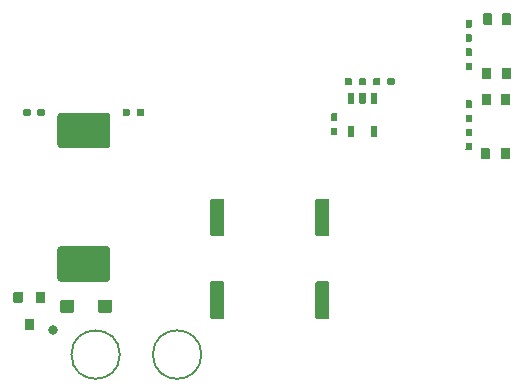
<source format=gbp>
G04 #@! TF.GenerationSoftware,KiCad,Pcbnew,(5.1.8)-1*
G04 #@! TF.CreationDate,2021-10-08T14:04:12+02:00*
G04 #@! TF.ProjectId,EMS_stimulator,454d535f-7374-4696-9d75-6c61746f722e,rev?*
G04 #@! TF.SameCoordinates,PX57bcf00PY4755b80*
G04 #@! TF.FileFunction,Paste,Bot*
G04 #@! TF.FilePolarity,Positive*
%FSLAX46Y46*%
G04 Gerber Fmt 4.6, Leading zero omitted, Abs format (unit mm)*
G04 Created by KiCad (PCBNEW (5.1.8)-1) date 2021-10-08 14:04:12*
%MOMM*%
%LPD*%
G01*
G04 APERTURE LIST*
%ADD10C,0.152400*%
%ADD11C,0.800000*%
G04 APERTURE END LIST*
D10*
X9451828Y-29900000D02*
G75*
G03*
X9451828Y-29900000I-2051828J0D01*
G01*
X16351828Y-29900000D02*
G75*
G03*
X16351828Y-29900000I-2051828J0D01*
G01*
G36*
G01*
X28480000Y-6996000D02*
X28480000Y-6604000D01*
G75*
G02*
X28564000Y-6520000I84000J0D01*
G01*
X29036000Y-6520000D01*
G75*
G02*
X29120000Y-6604000I0J-84000D01*
G01*
X29120000Y-6996000D01*
G75*
G02*
X29036000Y-7080000I-84000J0D01*
G01*
X28564000Y-7080000D01*
G75*
G02*
X28480000Y-6996000I0J84000D01*
G01*
G37*
G36*
G01*
X29680000Y-6996000D02*
X29680000Y-6604000D01*
G75*
G02*
X29764000Y-6520000I84000J0D01*
G01*
X30236000Y-6520000D01*
G75*
G02*
X30320000Y-6604000I0J-84000D01*
G01*
X30320000Y-6996000D01*
G75*
G02*
X30236000Y-7080000I-84000J0D01*
G01*
X29764000Y-7080000D01*
G75*
G02*
X29680000Y-6996000I0J84000D01*
G01*
G37*
G36*
G01*
X27796000Y-10120000D02*
X27404000Y-10120000D01*
G75*
G02*
X27320000Y-10036000I0J84000D01*
G01*
X27320000Y-9564000D01*
G75*
G02*
X27404000Y-9480000I84000J0D01*
G01*
X27796000Y-9480000D01*
G75*
G02*
X27880000Y-9564000I0J-84000D01*
G01*
X27880000Y-10036000D01*
G75*
G02*
X27796000Y-10120000I-84000J0D01*
G01*
G37*
G36*
G01*
X27796000Y-11320000D02*
X27404000Y-11320000D01*
G75*
G02*
X27320000Y-11236000I0J84000D01*
G01*
X27320000Y-10764000D01*
G75*
G02*
X27404000Y-10680000I84000J0D01*
G01*
X27796000Y-10680000D01*
G75*
G02*
X27880000Y-10764000I0J-84000D01*
G01*
X27880000Y-11236000D01*
G75*
G02*
X27796000Y-11320000I-84000J0D01*
G01*
G37*
G36*
G01*
X17100000Y-19780000D02*
X17100000Y-16820000D01*
G75*
G02*
X17220000Y-16700000I120000J0D01*
G01*
X18180000Y-16700000D01*
G75*
G02*
X18300000Y-16820000I0J-120000D01*
G01*
X18300000Y-19780000D01*
G75*
G02*
X18180000Y-19900000I-120000J0D01*
G01*
X17220000Y-19900000D01*
G75*
G02*
X17100000Y-19780000I0J120000D01*
G01*
G37*
G36*
G01*
X17100000Y-26780000D02*
X17100000Y-23820000D01*
G75*
G02*
X17220000Y-23700000I120000J0D01*
G01*
X18180000Y-23700000D01*
G75*
G02*
X18300000Y-23820000I0J-120000D01*
G01*
X18300000Y-26780000D01*
G75*
G02*
X18180000Y-26900000I-120000J0D01*
G01*
X17220000Y-26900000D01*
G75*
G02*
X17100000Y-26780000I0J120000D01*
G01*
G37*
G36*
G01*
X9680000Y-9596000D02*
X9680000Y-9204000D01*
G75*
G02*
X9764000Y-9120000I84000J0D01*
G01*
X10236000Y-9120000D01*
G75*
G02*
X10320000Y-9204000I0J-84000D01*
G01*
X10320000Y-9596000D01*
G75*
G02*
X10236000Y-9680000I-84000J0D01*
G01*
X9764000Y-9680000D01*
G75*
G02*
X9680000Y-9596000I0J84000D01*
G01*
G37*
G36*
G01*
X10880000Y-9596000D02*
X10880000Y-9204000D01*
G75*
G02*
X10964000Y-9120000I84000J0D01*
G01*
X11436000Y-9120000D01*
G75*
G02*
X11520000Y-9204000I0J-84000D01*
G01*
X11520000Y-9596000D01*
G75*
G02*
X11436000Y-9680000I-84000J0D01*
G01*
X10964000Y-9680000D01*
G75*
G02*
X10880000Y-9596000I0J84000D01*
G01*
G37*
G36*
G01*
X1920000Y-9204000D02*
X1920000Y-9596000D01*
G75*
G02*
X1836000Y-9680000I-84000J0D01*
G01*
X1364000Y-9680000D01*
G75*
G02*
X1280000Y-9596000I0J84000D01*
G01*
X1280000Y-9204000D01*
G75*
G02*
X1364000Y-9120000I84000J0D01*
G01*
X1836000Y-9120000D01*
G75*
G02*
X1920000Y-9204000I0J-84000D01*
G01*
G37*
G36*
G01*
X3120000Y-9204000D02*
X3120000Y-9596000D01*
G75*
G02*
X3036000Y-9680000I-84000J0D01*
G01*
X2564000Y-9680000D01*
G75*
G02*
X2480000Y-9596000I0J84000D01*
G01*
X2480000Y-9204000D01*
G75*
G02*
X2564000Y-9120000I84000J0D01*
G01*
X3036000Y-9120000D01*
G75*
G02*
X3120000Y-9204000I0J-84000D01*
G01*
G37*
G36*
G01*
X27200000Y-16820000D02*
X27200000Y-19780000D01*
G75*
G02*
X27080000Y-19900000I-120000J0D01*
G01*
X26120000Y-19900000D01*
G75*
G02*
X26000000Y-19780000I0J120000D01*
G01*
X26000000Y-16820000D01*
G75*
G02*
X26120000Y-16700000I120000J0D01*
G01*
X27080000Y-16700000D01*
G75*
G02*
X27200000Y-16820000I0J-120000D01*
G01*
G37*
G36*
G01*
X27200000Y-23820000D02*
X27200000Y-26780000D01*
G75*
G02*
X27080000Y-26900000I-120000J0D01*
G01*
X26120000Y-26900000D01*
G75*
G02*
X26000000Y-26780000I0J120000D01*
G01*
X26000000Y-23820000D01*
G75*
G02*
X26120000Y-23700000I120000J0D01*
G01*
X27080000Y-23700000D01*
G75*
G02*
X27200000Y-23820000I0J-120000D01*
G01*
G37*
G36*
G01*
X5600000Y-25352000D02*
X5600000Y-26248000D01*
G75*
G02*
X5488000Y-26360000I-112000J0D01*
G01*
X4512000Y-26360000D01*
G75*
G02*
X4400000Y-26248000I0J112000D01*
G01*
X4400000Y-25352000D01*
G75*
G02*
X4512000Y-25240000I112000J0D01*
G01*
X5488000Y-25240000D01*
G75*
G02*
X5600000Y-25352000I0J-112000D01*
G01*
G37*
G36*
G01*
X8800000Y-25352000D02*
X8800000Y-26248000D01*
G75*
G02*
X8688000Y-26360000I-112000J0D01*
G01*
X7712000Y-26360000D01*
G75*
G02*
X7600000Y-26248000I0J112000D01*
G01*
X7600000Y-25352000D01*
G75*
G02*
X7712000Y-25240000I112000J0D01*
G01*
X8688000Y-25240000D01*
G75*
G02*
X8800000Y-25352000I0J-112000D01*
G01*
G37*
G36*
G01*
X30690000Y-11428000D02*
X30690000Y-10572000D01*
G75*
G02*
X30742000Y-10520000I52000J0D01*
G01*
X31158000Y-10520000D01*
G75*
G02*
X31210000Y-10572000I0J-52000D01*
G01*
X31210000Y-11428000D01*
G75*
G02*
X31158000Y-11480000I-52000J0D01*
G01*
X30742000Y-11480000D01*
G75*
G02*
X30690000Y-11428000I0J52000D01*
G01*
G37*
G36*
G01*
X28790000Y-11428000D02*
X28790000Y-10572000D01*
G75*
G02*
X28842000Y-10520000I52000J0D01*
G01*
X29258000Y-10520000D01*
G75*
G02*
X29310000Y-10572000I0J-52000D01*
G01*
X29310000Y-11428000D01*
G75*
G02*
X29258000Y-11480000I-52000J0D01*
G01*
X28842000Y-11480000D01*
G75*
G02*
X28790000Y-11428000I0J52000D01*
G01*
G37*
G36*
G01*
X30690000Y-8628000D02*
X30690000Y-7772000D01*
G75*
G02*
X30742000Y-7720000I52000J0D01*
G01*
X31158000Y-7720000D01*
G75*
G02*
X31210000Y-7772000I0J-52000D01*
G01*
X31210000Y-8628000D01*
G75*
G02*
X31158000Y-8680000I-52000J0D01*
G01*
X30742000Y-8680000D01*
G75*
G02*
X30690000Y-8628000I0J52000D01*
G01*
G37*
G36*
G01*
X29740000Y-8628000D02*
X29740000Y-7772000D01*
G75*
G02*
X29792000Y-7720000I52000J0D01*
G01*
X30208000Y-7720000D01*
G75*
G02*
X30260000Y-7772000I0J-52000D01*
G01*
X30260000Y-8628000D01*
G75*
G02*
X30208000Y-8680000I-52000J0D01*
G01*
X29792000Y-8680000D01*
G75*
G02*
X29740000Y-8628000I0J52000D01*
G01*
G37*
G36*
G01*
X28790000Y-8628000D02*
X28790000Y-7772000D01*
G75*
G02*
X28842000Y-7720000I52000J0D01*
G01*
X29258000Y-7720000D01*
G75*
G02*
X29310000Y-7772000I0J-52000D01*
G01*
X29310000Y-8628000D01*
G75*
G02*
X29258000Y-8680000I-52000J0D01*
G01*
X28842000Y-8680000D01*
G75*
G02*
X28790000Y-8628000I0J52000D01*
G01*
G37*
G36*
G01*
X8336000Y-12450000D02*
X4464000Y-12450000D01*
G75*
G02*
X4160000Y-12146000I0J304000D01*
G01*
X4160000Y-9714000D01*
G75*
G02*
X4464000Y-9410000I304000J0D01*
G01*
X8336000Y-9410000D01*
G75*
G02*
X8640000Y-9714000I0J-304000D01*
G01*
X8640000Y-12146000D01*
G75*
G02*
X8336000Y-12450000I-304000J0D01*
G01*
G37*
G36*
G01*
X8336000Y-23750000D02*
X4464000Y-23750000D01*
G75*
G02*
X4160000Y-23446000I0J304000D01*
G01*
X4160000Y-21014000D01*
G75*
G02*
X4464000Y-20710000I304000J0D01*
G01*
X8336000Y-20710000D01*
G75*
G02*
X8640000Y-21014000I0J-304000D01*
G01*
X8640000Y-23446000D01*
G75*
G02*
X8336000Y-23750000I-304000J0D01*
G01*
G37*
G36*
G01*
X1400000Y-27750000D02*
X1400000Y-26950000D01*
G75*
G02*
X1480000Y-26870000I80000J0D01*
G01*
X2120000Y-26870000D01*
G75*
G02*
X2200000Y-26950000I0J-80000D01*
G01*
X2200000Y-27750000D01*
G75*
G02*
X2120000Y-27830000I-80000J0D01*
G01*
X1480000Y-27830000D01*
G75*
G02*
X1400000Y-27750000I0J80000D01*
G01*
G37*
G36*
G01*
X2350000Y-25450000D02*
X2350000Y-24650000D01*
G75*
G02*
X2430000Y-24570000I80000J0D01*
G01*
X3070000Y-24570000D01*
G75*
G02*
X3150000Y-24650000I0J-80000D01*
G01*
X3150000Y-25450000D01*
G75*
G02*
X3070000Y-25530000I-80000J0D01*
G01*
X2430000Y-25530000D01*
G75*
G02*
X2350000Y-25450000I0J80000D01*
G01*
G37*
G36*
G01*
X450000Y-25450000D02*
X450000Y-24650000D01*
G75*
G02*
X530000Y-24570000I80000J0D01*
G01*
X1170000Y-24570000D01*
G75*
G02*
X1250000Y-24650000I0J-80000D01*
G01*
X1250000Y-25450000D01*
G75*
G02*
X1170000Y-25530000I-80000J0D01*
G01*
X530000Y-25530000D01*
G75*
G02*
X450000Y-25450000I0J80000D01*
G01*
G37*
G36*
G01*
X30880000Y-6996000D02*
X30880000Y-6604000D01*
G75*
G02*
X30964000Y-6520000I84000J0D01*
G01*
X31436000Y-6520000D01*
G75*
G02*
X31520000Y-6604000I0J-84000D01*
G01*
X31520000Y-6996000D01*
G75*
G02*
X31436000Y-7080000I-84000J0D01*
G01*
X30964000Y-7080000D01*
G75*
G02*
X30880000Y-6996000I0J84000D01*
G01*
G37*
G36*
G01*
X32080000Y-6996000D02*
X32080000Y-6604000D01*
G75*
G02*
X32164000Y-6520000I84000J0D01*
G01*
X32636000Y-6520000D01*
G75*
G02*
X32720000Y-6604000I0J-84000D01*
G01*
X32720000Y-6996000D01*
G75*
G02*
X32636000Y-7080000I-84000J0D01*
G01*
X32164000Y-7080000D01*
G75*
G02*
X32080000Y-6996000I0J84000D01*
G01*
G37*
D11*
X3800000Y-27800000D03*
G36*
G01*
X39196000Y-4620000D02*
X38804000Y-4620000D01*
G75*
G02*
X38720000Y-4536000I0J84000D01*
G01*
X38720000Y-4064000D01*
G75*
G02*
X38804000Y-3980000I84000J0D01*
G01*
X39196000Y-3980000D01*
G75*
G02*
X39280000Y-4064000I0J-84000D01*
G01*
X39280000Y-4536000D01*
G75*
G02*
X39196000Y-4620000I-84000J0D01*
G01*
G37*
G36*
G01*
X39196000Y-5820000D02*
X38804000Y-5820000D01*
G75*
G02*
X38720000Y-5736000I0J84000D01*
G01*
X38720000Y-5264000D01*
G75*
G02*
X38804000Y-5180000I84000J0D01*
G01*
X39196000Y-5180000D01*
G75*
G02*
X39280000Y-5264000I0J-84000D01*
G01*
X39280000Y-5736000D01*
G75*
G02*
X39196000Y-5820000I-84000J0D01*
G01*
G37*
G36*
G01*
X39196000Y-12620000D02*
X38804000Y-12620000D01*
G75*
G02*
X38720000Y-12536000I0J84000D01*
G01*
X38720000Y-12064000D01*
G75*
G02*
X38804000Y-11980000I84000J0D01*
G01*
X39196000Y-11980000D01*
G75*
G02*
X39280000Y-12064000I0J-84000D01*
G01*
X39280000Y-12536000D01*
G75*
G02*
X39196000Y-12620000I-84000J0D01*
G01*
G37*
G36*
G01*
X39196000Y-11420000D02*
X38804000Y-11420000D01*
G75*
G02*
X38720000Y-11336000I0J84000D01*
G01*
X38720000Y-10864000D01*
G75*
G02*
X38804000Y-10780000I84000J0D01*
G01*
X39196000Y-10780000D01*
G75*
G02*
X39280000Y-10864000I0J-84000D01*
G01*
X39280000Y-11336000D01*
G75*
G02*
X39196000Y-11420000I-84000J0D01*
G01*
G37*
G36*
G01*
X39196000Y-3420000D02*
X38804000Y-3420000D01*
G75*
G02*
X38720000Y-3336000I0J84000D01*
G01*
X38720000Y-2864000D01*
G75*
G02*
X38804000Y-2780000I84000J0D01*
G01*
X39196000Y-2780000D01*
G75*
G02*
X39280000Y-2864000I0J-84000D01*
G01*
X39280000Y-3336000D01*
G75*
G02*
X39196000Y-3420000I-84000J0D01*
G01*
G37*
G36*
G01*
X39196000Y-2220000D02*
X38804000Y-2220000D01*
G75*
G02*
X38720000Y-2136000I0J84000D01*
G01*
X38720000Y-1664000D01*
G75*
G02*
X38804000Y-1580000I84000J0D01*
G01*
X39196000Y-1580000D01*
G75*
G02*
X39280000Y-1664000I0J-84000D01*
G01*
X39280000Y-2136000D01*
G75*
G02*
X39196000Y-2220000I-84000J0D01*
G01*
G37*
G36*
G01*
X39196000Y-9020000D02*
X38804000Y-9020000D01*
G75*
G02*
X38720000Y-8936000I0J84000D01*
G01*
X38720000Y-8464000D01*
G75*
G02*
X38804000Y-8380000I84000J0D01*
G01*
X39196000Y-8380000D01*
G75*
G02*
X39280000Y-8464000I0J-84000D01*
G01*
X39280000Y-8936000D01*
G75*
G02*
X39196000Y-9020000I-84000J0D01*
G01*
G37*
G36*
G01*
X39196000Y-10220000D02*
X38804000Y-10220000D01*
G75*
G02*
X38720000Y-10136000I0J84000D01*
G01*
X38720000Y-9664000D01*
G75*
G02*
X38804000Y-9580000I84000J0D01*
G01*
X39196000Y-9580000D01*
G75*
G02*
X39280000Y-9664000I0J-84000D01*
G01*
X39280000Y-10136000D01*
G75*
G02*
X39196000Y-10220000I-84000J0D01*
G01*
G37*
G36*
G01*
X40280000Y-1020000D02*
X40920000Y-1020000D01*
G75*
G02*
X41000000Y-1100000I0J-80000D01*
G01*
X41000000Y-1900000D01*
G75*
G02*
X40920000Y-1980000I-80000J0D01*
G01*
X40280000Y-1980000D01*
G75*
G02*
X40200000Y-1900000I0J80000D01*
G01*
X40200000Y-1100000D01*
G75*
G02*
X40280000Y-1020000I80000J0D01*
G01*
G37*
G36*
G01*
X41880000Y-1020000D02*
X42520000Y-1020000D01*
G75*
G02*
X42600000Y-1100000I0J-80000D01*
G01*
X42600000Y-1900000D01*
G75*
G02*
X42520000Y-1980000I-80000J0D01*
G01*
X41880000Y-1980000D01*
G75*
G02*
X41800000Y-1900000I0J80000D01*
G01*
X41800000Y-1100000D01*
G75*
G02*
X41880000Y-1020000I80000J0D01*
G01*
G37*
G36*
G01*
X40180000Y-5620000D02*
X40820000Y-5620000D01*
G75*
G02*
X40900000Y-5700000I0J-80000D01*
G01*
X40900000Y-6500000D01*
G75*
G02*
X40820000Y-6580000I-80000J0D01*
G01*
X40180000Y-6580000D01*
G75*
G02*
X40100000Y-6500000I0J80000D01*
G01*
X40100000Y-5700000D01*
G75*
G02*
X40180000Y-5620000I80000J0D01*
G01*
G37*
G36*
G01*
X41880000Y-5620000D02*
X42520000Y-5620000D01*
G75*
G02*
X42600000Y-5700000I0J-80000D01*
G01*
X42600000Y-6500000D01*
G75*
G02*
X42520000Y-6580000I-80000J0D01*
G01*
X41880000Y-6580000D01*
G75*
G02*
X41800000Y-6500000I0J80000D01*
G01*
X41800000Y-5700000D01*
G75*
G02*
X41880000Y-5620000I80000J0D01*
G01*
G37*
G36*
G01*
X41780000Y-12420000D02*
X42420000Y-12420000D01*
G75*
G02*
X42500000Y-12500000I0J-80000D01*
G01*
X42500000Y-13300000D01*
G75*
G02*
X42420000Y-13380000I-80000J0D01*
G01*
X41780000Y-13380000D01*
G75*
G02*
X41700000Y-13300000I0J80000D01*
G01*
X41700000Y-12500000D01*
G75*
G02*
X41780000Y-12420000I80000J0D01*
G01*
G37*
G36*
G01*
X40080000Y-12420000D02*
X40720000Y-12420000D01*
G75*
G02*
X40800000Y-12500000I0J-80000D01*
G01*
X40800000Y-13300000D01*
G75*
G02*
X40720000Y-13380000I-80000J0D01*
G01*
X40080000Y-13380000D01*
G75*
G02*
X40000000Y-13300000I0J80000D01*
G01*
X40000000Y-12500000D01*
G75*
G02*
X40080000Y-12420000I80000J0D01*
G01*
G37*
G36*
G01*
X41780000Y-7820000D02*
X42420000Y-7820000D01*
G75*
G02*
X42500000Y-7900000I0J-80000D01*
G01*
X42500000Y-8700000D01*
G75*
G02*
X42420000Y-8780000I-80000J0D01*
G01*
X41780000Y-8780000D01*
G75*
G02*
X41700000Y-8700000I0J80000D01*
G01*
X41700000Y-7900000D01*
G75*
G02*
X41780000Y-7820000I80000J0D01*
G01*
G37*
G36*
G01*
X40180000Y-7820000D02*
X40820000Y-7820000D01*
G75*
G02*
X40900000Y-7900000I0J-80000D01*
G01*
X40900000Y-8700000D01*
G75*
G02*
X40820000Y-8780000I-80000J0D01*
G01*
X40180000Y-8780000D01*
G75*
G02*
X40100000Y-8700000I0J80000D01*
G01*
X40100000Y-7900000D01*
G75*
G02*
X40180000Y-7820000I80000J0D01*
G01*
G37*
M02*

</source>
